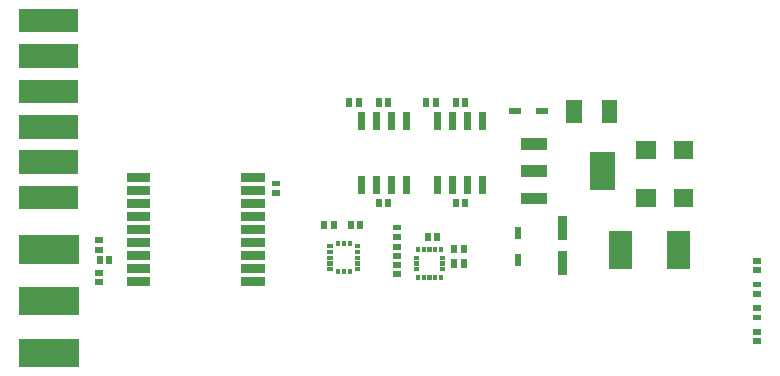
<source format=gbr>
G04 start of page 15 for group -4015 idx -4015 *
G04 Title: (unknown), toppaste *
G04 Creator: pcb 20140316 *
G04 CreationDate: jeu. 05 févr. 2015 15:41:37 GMT UTC *
G04 For: clement *
G04 Format: Gerber/RS-274X *
G04 PCB-Dimensions (mil): 3287.40 1358.27 *
G04 PCB-Coordinate-Origin: lower left *
%MOIN*%
%FSLAX25Y25*%
%LNTOPPASTE*%
%ADD214R,0.0374X0.0374*%
%ADD213R,0.0846X0.0846*%
%ADD212R,0.0157X0.0157*%
%ADD211R,0.0236X0.0236*%
%ADD210R,0.0197X0.0197*%
%ADD209R,0.0598X0.0598*%
%ADD208R,0.0315X0.0315*%
%ADD207R,0.0772X0.0772*%
%ADD206R,0.0512X0.0512*%
%ADD205R,0.0787X0.0787*%
%ADD204R,0.0197X0.0197*%
%ADD203R,0.0951X0.0951*%
%ADD202R,0.0902X0.0902*%
%ADD201R,0.0138X0.0138*%
G54D201*X119193Y46949D02*X119587D01*
X119193Y44980D02*X119587D01*
X119193Y43012D02*X119587D01*
X119193Y41043D02*X119587D01*
X119193Y39075D02*X119587D01*
X128445D02*X128839D01*
X128445Y41043D02*X128839D01*
X128445Y43012D02*X128839D01*
X128445Y44980D02*X128839D01*
X128445Y46949D02*X128839D01*
X122047Y38583D02*Y38189D01*
X124016Y38583D02*Y38189D01*
X125984Y38583D02*Y38189D01*
Y47835D02*Y47441D01*
X124016Y47835D02*Y47441D01*
X122047Y47835D02*Y47441D01*
G54D202*X20098Y28543D02*X31083D01*
G54D203*X20344Y11289D02*X30837D01*
X20344Y45797D02*X30837D01*
X20344Y11289D02*X30837D01*
X20344Y45797D02*X30837D01*
G54D204*X182087Y52165D02*Y50197D01*
Y43307D02*Y41339D01*
G54D205*X19685Y62992D02*X31496D01*
X19685Y74803D02*X31496D01*
X19685Y86614D02*X31496D01*
X19685Y98425D02*X31496D01*
X19685Y110236D02*X31496D01*
X19685Y122047D02*X31496D01*
G54D206*X200788Y92953D02*Y90591D01*
X212598Y92953D02*Y90591D01*
G54D207*X235630Y47874D02*Y43150D01*
X216339Y47874D02*Y43150D01*
G54D204*X180118Y91772D02*X182087D01*
X188976D02*X190945D01*
G54D208*X196850Y43504D02*Y38780D01*
Y55315D02*Y50591D01*
G54D209*X224488Y62992D02*X225118D01*
X224488Y78976D02*X225118D01*
X236890Y62992D02*X237520D01*
X236890Y78976D02*X237520D01*
G54D210*X135690Y95078D02*Y94292D01*
X138838Y95078D02*Y94292D01*
X128995Y95078D02*Y94292D01*
X125847Y95078D02*Y94292D01*
X161280Y95078D02*Y94292D01*
X164428Y95078D02*Y94292D01*
G54D211*X155354Y69094D02*Y65551D01*
X160354Y69094D02*Y65551D01*
X165354Y69094D02*Y65551D01*
X170354Y69094D02*Y65551D01*
Y90354D02*Y86811D01*
X165354Y90354D02*Y86811D01*
X160354Y90354D02*Y86811D01*
X155354Y90354D02*Y86811D01*
G54D210*X154586Y95078D02*Y94292D01*
X151438Y95078D02*Y94292D01*
X161280Y61613D02*Y60827D01*
X164428Y61613D02*Y60827D01*
X160828Y46358D02*Y45572D01*
X163976Y46358D02*Y45572D01*
X160828Y41436D02*Y40650D01*
X163976Y41436D02*Y40650D01*
G54D201*X156496Y45866D02*Y45472D01*
X154528Y45866D02*Y45472D01*
X152559Y45866D02*Y45472D01*
X150591Y45866D02*Y45472D01*
X148622Y45866D02*Y45472D01*
Y36614D02*Y36220D01*
X150591Y36614D02*Y36220D01*
X152559Y36614D02*Y36220D01*
X154528Y36614D02*Y36220D01*
X156496Y36614D02*Y36220D01*
X148031Y43012D02*X148425D01*
X148031Y41043D02*X148425D01*
X148031Y39075D02*X148425D01*
X156693D02*X157087D01*
X156693Y41043D02*X157087D01*
X156693Y43012D02*X157087D01*
G54D210*X151969Y50295D02*Y49509D01*
X155117Y50295D02*Y49509D01*
X141339Y49902D02*X142125D01*
X141339Y53050D02*X142125D01*
X141339Y43406D02*X142125D01*
X141339Y46554D02*X142125D01*
X141339Y40649D02*X142125D01*
X141339Y37501D02*X142125D01*
X117520Y54232D02*Y53446D01*
X120668Y54232D02*Y53446D01*
X129527Y54232D02*Y53446D01*
X126379Y54232D02*Y53446D01*
X41930Y45670D02*X42716D01*
X41930Y48818D02*X42716D01*
X42717Y42716D02*Y41930D01*
X45865Y42716D02*Y41930D01*
X41930Y34843D02*X42716D01*
X41930Y37991D02*X42716D01*
G54D208*X91417Y35000D02*X96142D01*
X91417Y39331D02*X96142D01*
X91417Y43661D02*X96142D01*
X91417Y47992D02*X96142D01*
X91417Y52323D02*X96142D01*
X91417Y56654D02*X96142D01*
X91417Y60984D02*X96142D01*
X91417Y65315D02*X96142D01*
X91417Y69646D02*X96142D01*
X53228D02*X57953D01*
X53228Y65315D02*X57953D01*
X53228Y60984D02*X57953D01*
X53228Y56654D02*X57953D01*
X53228Y52323D02*X57953D01*
X53228Y47992D02*X57953D01*
X53228Y43661D02*X57953D01*
X53228Y39331D02*X57953D01*
X53228Y35000D02*X57953D01*
G54D212*X91417D02*X96142D01*
X91417Y39331D02*X96142D01*
X91417Y43661D02*X96142D01*
X91417Y47992D02*X96142D01*
X91417Y52323D02*X96142D01*
X91417Y56654D02*X96142D01*
X91417Y60984D02*X96142D01*
X91417Y65315D02*X96142D01*
X91417Y69646D02*X96142D01*
X53228D02*X57953D01*
X53228Y65315D02*X57953D01*
X53228Y60984D02*X57953D01*
X53228Y56654D02*X57953D01*
X53228Y52323D02*X57953D01*
X53228Y47992D02*X57953D01*
X53228Y43661D02*X57953D01*
X53228Y39331D02*X57953D01*
X53228Y35000D02*X57953D01*
G54D210*X100985Y64566D02*X101771D01*
X100985Y67714D02*X101771D01*
X138838Y61613D02*Y60827D01*
X135690Y61613D02*Y60827D01*
X261418Y38780D02*X262204D01*
X261418Y41928D02*X262204D01*
X261418Y34054D02*X262204D01*
X261418Y30906D02*X262204D01*
X261418Y23032D02*X262204D01*
X261418Y26180D02*X262204D01*
X261418Y18306D02*X262204D01*
X261418Y15158D02*X262204D01*
G54D213*X210236Y74016D02*Y69685D01*
G54D214*X185039Y80906D02*X189764D01*
X185039Y71850D02*X189764D01*
X185039Y62795D02*X189764D01*
G54D211*X129764Y69094D02*Y65551D01*
X134764Y69094D02*Y65551D01*
X139764Y69094D02*Y65551D01*
X144764Y69094D02*Y65551D01*
Y90354D02*Y86811D01*
X139764Y90354D02*Y86811D01*
X134764Y90354D02*Y86811D01*
X129764Y90354D02*Y86811D01*
M02*

</source>
